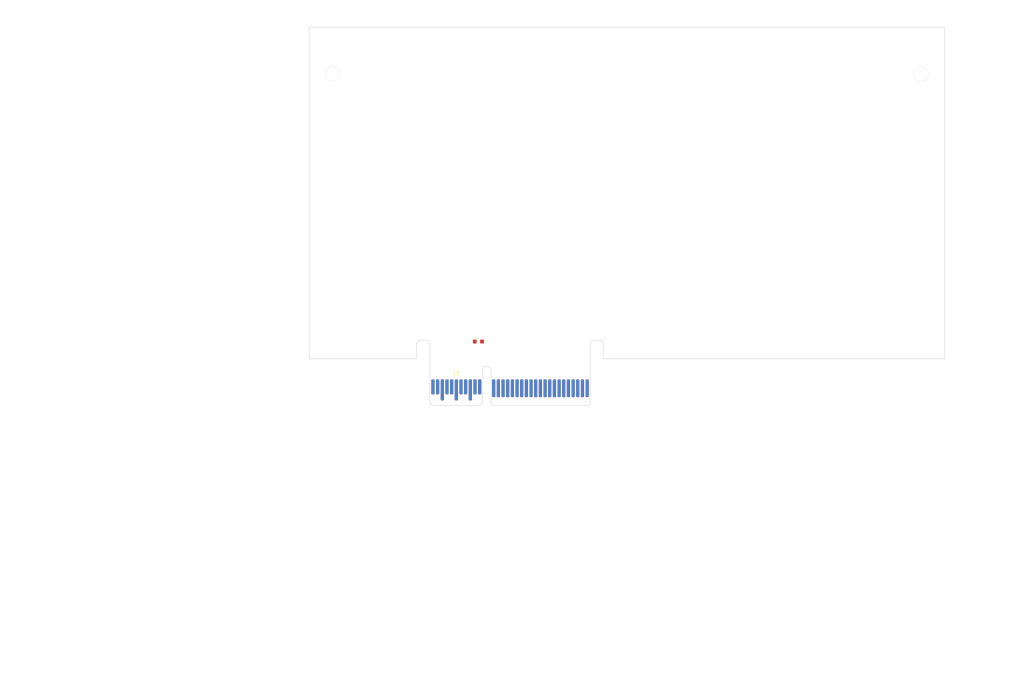
<source format=kicad_pcb>
(kicad_pcb (version 20241229) (generator "pcbnew") (generator_version "9.0")
  (title_block (title "ASMR Module PCB Maximum Size Reference") (date "2025-08-11") (rev "A") (company "by Circuit Monkey") (comment 1 "ASMR :: Advanced Synth Module Rack") (comment 2 "Slot Card Reference for a Single ASMR Module"))
  (layers (0 "F.Cu" signal) (2 "B.Cu" signal) (13 "F.Paste" user) (15 "B.Paste" user) (5 "F.SilkS" user "F.Silkscreen") (7 "B.SilkS" user "B.Silkscreen") (1 "F.Mask" user) (3 "B.Mask" user) (25 "Edge.Cuts" user))
  (net 0 "")
  (net 1 "+24V")
  (net 2 "+5V")
  (net 4 "+15V")
  (net 5 "GNDS")
  (net 6 "-15V")
  (net 23 "GND_CH")
  (net 25 "Net-(J1-Slot)")
  (footprint "CM_Connector_Edge:ASMR-Edge-64" (layer "F.Cu") (at 120 116.6)
    (property "Reference" "J1" (at -6.5 1.45 0) (layer "F.SilkS"))
    (property "Value" "~")
    (fp_line (start -15 -5) (end -15 -1.6) (stroke (width 0.1)) (layer "Edge.Cuts"))
    (fp_line (start -14.4 -5.6) (end -15 -5) (stroke (width 0.1)) (layer "Edge.Cuts"))
    (fp_line (start -14.4 -5.6) (end -12.7 -5.6) (stroke (width 0.1)) (layer "Edge.Cuts"))
    (fp_line (start -12.7 -5.6) (end -12.15 -5) (stroke (width 0.1)) (layer "Edge.Cuts"))
    (fp_line (start -12.15 -5) (end -12.15 7.9) (stroke (width 0.1)) (layer "Edge.Cuts"))
    (fp_line (start -12.15 7.9) (end -11.65 8.4) (stroke (width 0.1)) (layer "Edge.Cuts"))
    (fp_line (start -11.65 8.4) (end -1.45 8.4) (stroke (width 0.1)) (layer "Edge.Cuts"))
    (fp_line (start -0.95 0.95) (end -0.95 7.9) (stroke (width 0.1)) (layer "Edge.Cuts"))
    (fp_line (start -0.95 7.9) (end -1.45 8.4) (stroke (width 0.1)) (layer "Edge.Cuts"))
    (fp_line (start 0.95 0.95) (end 0.95 7.9) (stroke (width 0.1)) (layer "Edge.Cuts"))
    (fp_line (start 0.95 7.9) (end 1.45 8.4) (stroke (width 0.1)) (layer "Edge.Cuts"))
    (fp_line (start 1.45 8.4) (end 21.65 8.4) (stroke (width 0.1)) (layer "Edge.Cuts"))
    (fp_line (start 22.15 -5) (end 22.15 7.9) (stroke (width 0.1)) (layer "Edge.Cuts"))
    (fp_line (start 22.15 -5) (end 22.8 -5.6) (stroke (width 0.1)) (layer "Edge.Cuts"))
    (fp_line (start 22.15 7.9) (end 21.65 8.4) (stroke (width 0.1)) (layer "Edge.Cuts"))
    (fp_line (start 22.8 -5.6) (end 24.4 -5.6) (stroke (width 0.1)) (layer "Edge.Cuts"))
    (fp_line (start 24.4 -5.6) (end 25 -5) (stroke (width 0.1)) (layer "Edge.Cuts"))
    (fp_line (start 25 -5) (end 25 -1.6) (stroke (width 0.1)) (layer "Edge.Cuts"))
    (fp_arc (start -0.95 0.95) (mid 0 0) (end 0.95 0.95) (stroke (width 0.1)) (layer "Edge.Cuts"))
    (fp_circle (center -33 -62.6) (end -31.4 -62.6) (stroke (width 0.05)) (fill no) (layer "Edge.Cuts"))
    (fp_circle (center 93 -62.6) (end 94.6 -62.6) (stroke (width 0.05)) (fill no) (layer "Edge.Cuts"))
    (pad "A1" connect roundrect (at -11.5 4.4) (size 0.7 3.2) (layers "B.Cu" "B.Mask") (net 1 "+24V"))
    (pad "A2" connect roundrect (at -10.5 4.4) (size 0.7 3.2) (layers "B.Cu" "B.Mask") (net 1 "+24V"))
    (pad "A3" connect roundrect (at -9.5 5.05) (size 0.7 4.5) (layers "B.Cu" "B.Mask") (net 23 "GND_CH"))
    (pad "A4" connect roundrect (at -8.5 4.4) (size 0.7 3.2) (layers "B.Cu" "B.Mask") (net 4 "+15V"))
    (pad "A5" connect roundrect (at -7.5 4.4) (size 0.7 3.2) (layers "B.Cu" "B.Mask") (net 4 "+15V"))
    (pad "A6" connect roundrect (at -6.5 5.05) (size 0.7 4.5) (layers "B.Cu" "B.Mask") (net 23 "GND_CH"))
    (pad "A7" connect roundrect (at -5.5 4.4) (size 0.7 3.2) (layers "B.Cu" "B.Mask") (net 6 "-15V"))
    (pad "A8" connect roundrect (at -4.5 4.4) (size 0.7 3.2) (layers "B.Cu" "B.Mask") (net 6 "-15V"))
    (pad "A9" connect roundrect (at -3.5 5.05) (size 0.7 4.5) (layers "B.Cu" "B.Mask") (net 23 "GND_CH"))
    (pad "A10" connect roundrect (at -2.5 4.4) (size 0.7 3.2) (layers "B.Cu" "B.Mask") (net 2 "+5V"))
    (pad "A11" connect roundrect (at -1.5 4.4) (size 0.7 3.2) (layers "B.Cu" "B.Mask") (net 2 "+5V"))
    (pad "A12" connect roundrect (at 1.5 4.7) (size 0.7 3.8) (layers "B.Cu" "B.Mask") (net 25 "Net-(J1-Slot)"))
    (pad "A13" connect roundrect (at 2.5 4.7) (size 0.7 3.8) (layers "B.Cu" "B.Mask"))
    (pad "A14" connect roundrect (at 3.5 4.7) (size 0.7 3.8) (layers "B.Cu" "B.Mask"))
    (pad "A15" connect roundrect (at 4.5 4.7) (size 0.7 3.8) (layers "B.Cu" "B.Mask"))
    (pad "A16" connect roundrect (at 5.5 4.7) (size 0.7 3.8) (layers "B.Cu" "B.Mask") (net 5 "GNDS"))
    (pad "A17" connect roundrect (at 6.5 4.7) (size 0.7 3.8) (layers "B.Cu" "B.Mask"))
    (pad "A18" connect roundrect (at 7.5 4.7) (size 0.7 3.8) (layers "B.Cu" "B.Mask"))
    (pad "A19" connect roundrect (at 8.5 4.7) (size 0.7 3.8) (layers "B.Cu" "B.Mask"))
    (pad "A20" connect roundrect (at 9.5 4.7) (size 0.7 3.8) (layers "B.Cu" "B.Mask"))
    (pad "A21" connect roundrect (at 10.5 4.7) (size 0.7 3.8) (layers "B.Cu" "B.Mask"))
    (pad "A22" connect roundrect (at 11.5 4.7) (size 0.7 3.8) (layers "B.Cu" "B.Mask"))
    (pad "A23" connect roundrect (at 12.5 4.7) (size 0.7 3.8) (layers "B.Cu" "B.Mask"))
    (pad "A24" connect roundrect (at 13.5 4.7) (size 0.7 3.8) (layers "B.Cu" "B.Mask"))
    (pad "A25" connect roundrect (at 14.5 4.7) (size 0.7 3.8) (layers "B.Cu" "B.Mask"))
    (pad "A26" connect roundrect (at 15.5 4.7) (size 0.7 3.8) (layers "B.Cu" "B.Mask"))
    (pad "A27" connect roundrect (at 16.5 4.7) (size 0.7 3.8) (layers "B.Cu" "B.Mask"))
    (pad "A28" connect roundrect (at 17.5 4.7) (size 0.7 3.8) (layers "B.Cu" "B.Mask"))
    (pad "A29" connect roundrect (at 18.5 4.7) (size 0.7 3.8) (layers "B.Cu" "B.Mask"))
    (pad "A30" connect roundrect (at 19.5 4.7) (size 0.7 3.8) (layers "B.Cu" "B.Mask"))
    (pad "A31" connect roundrect (at 20.5 4.7) (size 0.7 3.8) (layers "B.Cu" "B.Mask"))
    (pad "A32" connect roundrect (at 21.5 4.7) (size 0.7 3.8) (layers "B.Cu" "B.Mask"))
    (pad "B1" connect roundrect (at -11.5 4.4) (size 0.7 3.2) (layers "F.Cu" "F.Mask") (net 1 "+24V"))
    (pad "B2" connect roundrect (at -10.5 4.4) (size 0.7 3.2) (layers "F.Cu" "F.Mask") (net 1 "+24V"))
    (pad "B3" connect roundrect (at -9.5 5.05) (size 0.7 4.5) (layers "F.Cu" "F.Mask") (net 23 "GND_CH"))
    (pad "B4" connect roundrect (at -8.5 4.4) (size 0.7 3.2) (layers "F.Cu" "F.Mask") (net 4 "+15V"))
    (pad "B5" connect roundrect (at -7.5 4.4) (size 0.7 3.2) (layers "F.Cu" "F.Mask") (net 4 "+15V"))
    (pad "B6" connect roundrect (at -6.5 5.05) (size 0.7 4.5) (layers "F.Cu" "F.Mask") (net 23 "GND_CH"))
    (pad "B7" connect roundrect (at -5.5 4.4) (size 0.7 3.2) (layers "F.Cu" "F.Mask") (net 6 "-15V"))
    (pad "B8" connect roundrect (at -4.5 4.4) (size 0.7 3.2) (layers "F.Cu" "F.Mask") (net 6 "-15V"))
    (pad "B9" connect roundrect (at -3.5 5.05) (size 0.7 4.5) (layers "F.Cu" "F.Mask") (net 23 "GND_CH"))
    (pad "B10" connect roundrect (at -2.5 4.4) (size 0.7 3.2) (layers "F.Cu" "F.Mask") (net 2 "+5V"))
    (pad "B11" connect roundrect (at -1.5 4.4) (size 0.7 3.2) (layers "F.Cu" "F.Mask") (net 2 "+5V"))
    (pad "B12" connect roundrect (at 1.5 4.7) (size 0.7 3.8) (layers "F.Cu" "F.Mask"))
    (pad "B13" connect roundrect (at 2.5 4.7) (size 0.7 3.8) (layers "F.Cu" "F.Mask"))
    (pad "B14" connect roundrect (at 3.5 4.7) (size 0.7 3.8) (layers "F.Cu" "F.Mask"))
    (pad "B15" connect roundrect (at 4.5 4.7) (size 0.7 3.8) (layers "F.Cu" "F.Mask"))
    (pad "B16" connect roundrect (at 5.5 4.7) (size 0.7 3.8) (layers "F.Cu" "F.Mask") (net 5 "GNDS"))
    (pad "B17" connect roundrect (at 6.5 4.7) (size 0.7 3.8) (layers "F.Cu" "F.Mask"))
    (pad "B18" connect roundrect (at 7.5 4.7) (size 0.7 3.8) (layers "F.Cu" "F.Mask"))
    (pad "B19" connect roundrect (at 8.5 4.7) (size 0.7 3.8) (layers "F.Cu" "F.Mask"))
    (pad "B20" connect roundrect (at 9.5 4.7) (size 0.7 3.8) (layers "F.Cu" "F.Mask"))
    (pad "B21" connect roundrect (at 10.5 4.7) (size 0.7 3.8) (layers "F.Cu" "F.Mask"))
    (pad "B22" connect roundrect (at 11.5 4.7) (size 0.7 3.8) (layers "F.Cu" "F.Mask"))
    (pad "B23" connect roundrect (at 12.5 4.7) (size 0.7 3.8) (layers "F.Cu" "F.Mask"))
    (pad "B24" connect roundrect (at 13.5 4.7) (size 0.7 3.8) (layers "F.Cu" "F.Mask"))
    (pad "B25" connect roundrect (at 14.5 4.7) (size 0.7 3.8) (layers "F.Cu" "F.Mask"))
    (pad "B26" connect roundrect (at 15.5 4.7) (size 0.7 3.8) (layers "F.Cu" "F.Mask"))
    (pad "B27" connect roundrect (at 16.5 4.7) (size 0.7 3.8) (layers "F.Cu" "F.Mask"))
    (pad "B28" connect roundrect (at 17.5 4.7) (size 0.7 3.8) (layers "F.Cu" "F.Mask"))
    (pad "B29" connect roundrect (at 18.5 4.7) (size 0.7 3.8) (layers "F.Cu" "F.Mask"))
    (pad "B30" connect roundrect (at 19.5 4.7) (size 0.7 3.8) (layers "F.Cu" "F.Mask"))
    (pad "B31" connect roundrect (at 20.5 4.7) (size 0.7 3.8) (layers "F.Cu" "F.Mask"))
    (pad "B32" connect roundrect (at 21.5 4.7) (size 0.7 3.8) (layers "F.Cu" "F.Mask"))
  )
  (footprint "CM_Resistor_Capacitor:R_0603_1608Metric" (layer "F.Cu") (at 118.225 111.3)
    (property "Reference" "R1" (hide yes))
    (property "Value" "560/1%" (hide yes))
    (fp_line (start -0.3 -0.51) (end 0.3 -0.51) (stroke (width 0.12)) (layer "F.SilkS"))
    (fp_line (start -0.3 0.5) (end 0.3 0.5) (stroke (width 0.12)) (layer "F.SilkS"))
    (pad "1" smd roundrect (at -0.775 0) (size 0.8 0.85) (layers "F.Cu" "F.Mask" "F.Paste") (roundrect_rratio 0.2) (net 2 "+5V"))
    (pad "2" smd roundrect (at 0.775 0) (size 0.8 0.85) (layers "F.Cu" "F.Mask" "F.Paste") (roundrect_rratio 0.2) (net 25 "Net-(J1-Slot)"))
  )
  (gr_line (start 218 44) (end 218 115) (stroke (width 0.1)) (layer "Edge.Cuts"))
  (gr_line (start 82 44) (end 218 44) (stroke (width 0.1)) (layer "Edge.Cuts"))
  (gr_line (start 105 115) (end 82 115) (stroke (width 0.1)) (layer "Edge.Cuts"))
  (gr_line (start 82 115) (end 82 44) (stroke (width 0.1)) (layer "Edge.Cuts"))
  (gr_line (start 218 115) (end 145 115) (stroke (width 0.1)) (layer "Edge.Cuts"))
)
</source>
